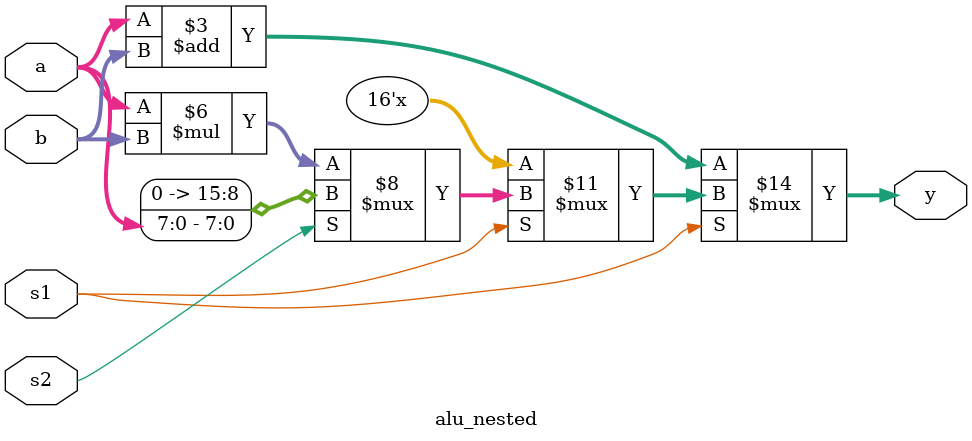
<source format=v>
module alu_nested (
    input [7:0] a,
    input [7:0] b,
    input s1,
    input s2,
    output reg [15:0] y
);
    always @(a or b or s1 or s2) begin
        if (s1 == 0) y = a + b; 
        else begin
            y = a - b;
            if (s2==0) y=a*b;
            else y = a;
        end 
    end

endmodule
</source>
